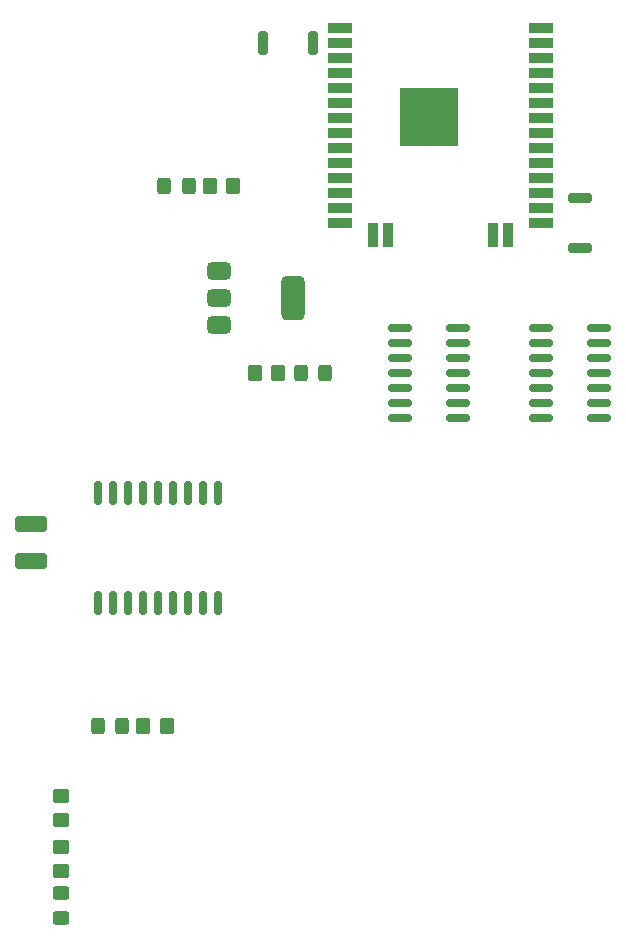
<source format=gtp>
%TF.GenerationSoftware,KiCad,Pcbnew,8.0.9*%
%TF.CreationDate,2025-02-25T22:51:42+01:00*%
%TF.ProjectId,WLED Controller,574c4544-2043-46f6-9e74-726f6c6c6572,rev?*%
%TF.SameCoordinates,Original*%
%TF.FileFunction,Paste,Top*%
%TF.FilePolarity,Positive*%
%FSLAX46Y46*%
G04 Gerber Fmt 4.6, Leading zero omitted, Abs format (unit mm)*
G04 Created by KiCad (PCBNEW 8.0.9) date 2025-02-25 22:51:42*
%MOMM*%
%LPD*%
G01*
G04 APERTURE LIST*
G04 Aperture macros list*
%AMRoundRect*
0 Rectangle with rounded corners*
0 $1 Rounding radius*
0 $2 $3 $4 $5 $6 $7 $8 $9 X,Y pos of 4 corners*
0 Add a 4 corners polygon primitive as box body*
4,1,4,$2,$3,$4,$5,$6,$7,$8,$9,$2,$3,0*
0 Add four circle primitives for the rounded corners*
1,1,$1+$1,$2,$3*
1,1,$1+$1,$4,$5*
1,1,$1+$1,$6,$7*
1,1,$1+$1,$8,$9*
0 Add four rect primitives between the rounded corners*
20,1,$1+$1,$2,$3,$4,$5,0*
20,1,$1+$1,$4,$5,$6,$7,0*
20,1,$1+$1,$6,$7,$8,$9,0*
20,1,$1+$1,$8,$9,$2,$3,0*%
G04 Aperture macros list end*
%ADD10R,2.000000X0.900000*%
%ADD11R,0.900000X2.000000*%
%ADD12R,5.000000X5.000000*%
%ADD13RoundRect,0.150000X-0.150000X0.875000X-0.150000X-0.875000X0.150000X-0.875000X0.150000X0.875000X0*%
%ADD14RoundRect,0.250000X-0.325000X-0.450000X0.325000X-0.450000X0.325000X0.450000X-0.325000X0.450000X0*%
%ADD15RoundRect,0.250000X0.350000X0.450000X-0.350000X0.450000X-0.350000X-0.450000X0.350000X-0.450000X0*%
%ADD16RoundRect,0.200000X-0.200000X-0.800000X0.200000X-0.800000X0.200000X0.800000X-0.200000X0.800000X0*%
%ADD17RoundRect,0.150000X-0.825000X-0.150000X0.825000X-0.150000X0.825000X0.150000X-0.825000X0.150000X0*%
%ADD18RoundRect,0.250000X0.450000X-0.325000X0.450000X0.325000X-0.450000X0.325000X-0.450000X-0.325000X0*%
%ADD19RoundRect,0.375000X-0.625000X-0.375000X0.625000X-0.375000X0.625000X0.375000X-0.625000X0.375000X0*%
%ADD20RoundRect,0.500000X-0.500000X-1.400000X0.500000X-1.400000X0.500000X1.400000X-0.500000X1.400000X0*%
%ADD21RoundRect,0.250000X-0.350000X-0.450000X0.350000X-0.450000X0.350000X0.450000X-0.350000X0.450000X0*%
%ADD22RoundRect,0.250000X0.325000X0.450000X-0.325000X0.450000X-0.325000X-0.450000X0.325000X-0.450000X0*%
%ADD23RoundRect,0.200000X-0.800000X0.200000X-0.800000X-0.200000X0.800000X-0.200000X0.800000X0.200000X0*%
%ADD24RoundRect,0.250000X0.450000X-0.350000X0.450000X0.350000X-0.450000X0.350000X-0.450000X-0.350000X0*%
%ADD25RoundRect,0.250000X-1.100000X0.412500X-1.100000X-0.412500X1.100000X-0.412500X1.100000X0.412500X0*%
G04 APERTURE END LIST*
D10*
%TO.C,U1*%
X52215000Y-33020000D03*
X52215000Y-34290000D03*
X52215000Y-35560000D03*
X52215000Y-36830000D03*
X52215000Y-38100000D03*
X52215000Y-39370000D03*
X52215000Y-40640000D03*
X52215000Y-41910000D03*
X52215000Y-43180000D03*
X52215000Y-44450000D03*
X52215000Y-45720000D03*
X52215000Y-46990000D03*
X52215000Y-48260000D03*
X52215000Y-49530000D03*
D11*
X55000000Y-50530000D03*
X56270000Y-50530000D03*
X65160000Y-50530000D03*
X66430000Y-50530000D03*
D10*
X69215000Y-49530000D03*
X69215000Y-48260000D03*
X69215000Y-46990000D03*
X69215000Y-45720000D03*
X69215000Y-44450000D03*
X69215000Y-43180000D03*
X69215000Y-41910000D03*
X69215000Y-40640000D03*
X69215000Y-39370000D03*
X69215000Y-38100000D03*
X69215000Y-36830000D03*
X69215000Y-35560000D03*
X69215000Y-34290000D03*
X69215000Y-33020000D03*
D12*
X59715000Y-40520000D03*
%TD*%
D13*
%TO.C,U2*%
X41910000Y-72390000D03*
X40640000Y-72390000D03*
X39370000Y-72390000D03*
X38100000Y-72390000D03*
X36830000Y-72390000D03*
X35560000Y-72390000D03*
X34290000Y-72390000D03*
X33020000Y-72390000D03*
X31750000Y-72390000D03*
X31750000Y-81690000D03*
X33020000Y-81690000D03*
X34290000Y-81690000D03*
X35560000Y-81690000D03*
X36830000Y-81690000D03*
X38100000Y-81690000D03*
X39370000Y-81690000D03*
X40640000Y-81690000D03*
X41910000Y-81690000D03*
%TD*%
D14*
%TO.C,D2*%
X37345000Y-46355000D03*
X39395000Y-46355000D03*
%TD*%
D15*
%TO.C,R3*%
X46990000Y-62230000D03*
X44990000Y-62230000D03*
%TD*%
D16*
%TO.C,SW1*%
X45730000Y-34260000D03*
X49930000Y-34260000D03*
%TD*%
D17*
%TO.C,U6*%
X69215000Y-58420000D03*
X69215000Y-59690000D03*
X69215000Y-60960000D03*
X69215000Y-62230000D03*
X69215000Y-63500000D03*
X69215000Y-64770000D03*
X69215000Y-66040000D03*
X74165000Y-66040000D03*
X74165000Y-64770000D03*
X74165000Y-63500000D03*
X74165000Y-62230000D03*
X74165000Y-60960000D03*
X74165000Y-59690000D03*
X74165000Y-58420000D03*
%TD*%
D18*
%TO.C,D3*%
X28575000Y-108340000D03*
X28575000Y-106290000D03*
%TD*%
D19*
%TO.C,U3*%
X41935000Y-53580000D03*
X41935000Y-55880000D03*
D20*
X48235000Y-55880000D03*
D19*
X41935000Y-58180000D03*
%TD*%
D21*
%TO.C,R7*%
X35560000Y-92075000D03*
X37560000Y-92075000D03*
%TD*%
D22*
%TO.C,D1*%
X50945000Y-62230000D03*
X48895000Y-62230000D03*
%TD*%
D17*
%TO.C,U5*%
X57280000Y-58420000D03*
X57280000Y-59690000D03*
X57280000Y-60960000D03*
X57280000Y-62230000D03*
X57280000Y-63500000D03*
X57280000Y-64770000D03*
X57280000Y-66040000D03*
X62230000Y-66040000D03*
X62230000Y-64770000D03*
X62230000Y-63500000D03*
X62230000Y-62230000D03*
X62230000Y-60960000D03*
X62230000Y-59690000D03*
X62230000Y-58420000D03*
%TD*%
D23*
%TO.C,SW2*%
X72535000Y-47430000D03*
X72535000Y-51630000D03*
%TD*%
D14*
%TO.C,D4*%
X31700000Y-92075000D03*
X33750000Y-92075000D03*
%TD*%
D24*
%TO.C,R5*%
X28575000Y-104385000D03*
X28575000Y-102385000D03*
%TD*%
%TO.C,R6*%
X28575000Y-100035000D03*
X28575000Y-98035000D03*
%TD*%
D25*
%TO.C,C4*%
X26035000Y-74980000D03*
X26035000Y-78105000D03*
%TD*%
D21*
%TO.C,R4*%
X41180000Y-46355000D03*
X43180000Y-46355000D03*
%TD*%
M02*

</source>
